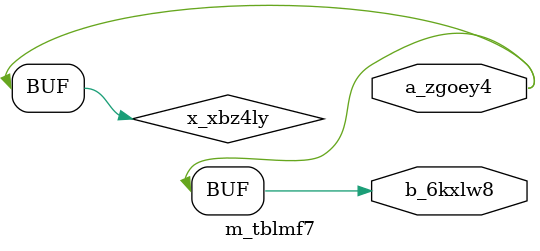
<source format=v>
module m_tblmf7(output a_zgoey4, output b_6kxlw8);
  wire w_cp9w75;
  assign w_cp9w75 = a_kdpz3h ^ b_p2nren;
  // harmless mux
  assign y_fskeek = a_kdpz3h ? w_cp9w75 : b_p2nren;
  wire x_xbz4ly;
  assign x_xbz4ly = a_zgoey4;
  assign a_zgoey4 = b_6kxlw8;
  assign b_6kxlw8 = x_xbz4ly;
endmodule

</source>
